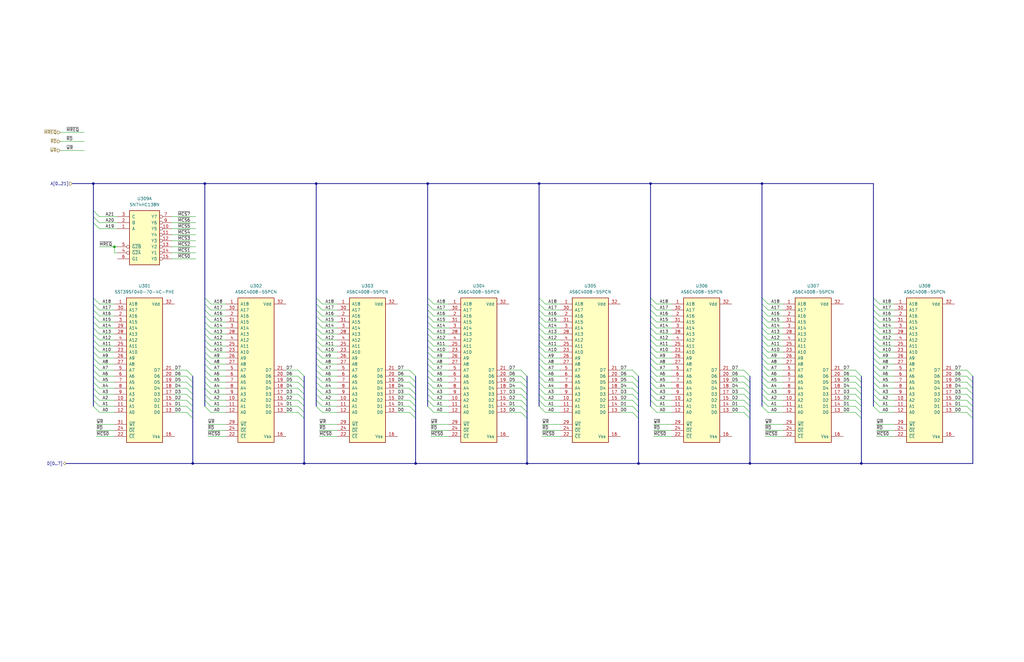
<source format=kicad_sch>
(kicad_sch (version 20230121) (generator eeschema)
  (paper "B")
  (title_block (title "Memory") (date "2024-01-25"))
  (junction (at 274.32 77.47))
  (junction (at 133.35 77.47))
  (junction (at 128.27 195.58))
  (junction (at 363.22 195.58))
  (junction (at 39.37 77.47))
  (junction (at 321.31 77.47))
  (junction (at 316.23 195.58))
  (junction (at 86.36 77.47))
  (junction (at 81.28 195.58))
  (junction (at 222.25 195.58))
  (junction (at 180.34 77.47))
  (junction (at 48.26 104.14))
  (junction (at 269.24 195.58))
  (junction (at 175.26 195.58))
  (junction (at 227.33 77.47))
  (bus_entry (at 321.31 153.67) (size 2.54 2.54))
  (bus_entry (at 180.34 171.45) (size 2.54 2.54))
  (bus_entry (at 222.25 161.29) (size -2.54 -2.54))
  (bus_entry (at 321.31 125.73) (size 2.54 2.54))
  (bus_entry (at 410.21 176.53) (size -2.54 -2.54))
  (bus_entry (at 321.31 151.13) (size 2.54 2.54))
  (bus_entry (at 39.37 88.9) (size 2.54 2.54))
  (bus_entry (at 86.36 135.89) (size 2.54 2.54))
  (bus_entry (at 175.26 168.91) (size -2.54 -2.54))
  (bus_entry (at 269.24 176.53) (size -2.54 -2.54))
  (bus_entry (at 180.34 148.59) (size 2.54 2.54))
  (bus_entry (at 368.3 163.83) (size 2.54 2.54))
  (bus_entry (at 410.21 161.29) (size -2.54 -2.54))
  (bus_entry (at 316.23 166.37) (size -2.54 -2.54))
  (bus_entry (at 133.35 156.21) (size 2.54 2.54))
  (bus_entry (at 321.31 161.29) (size 2.54 2.54))
  (bus_entry (at 316.23 176.53) (size -2.54 -2.54))
  (bus_entry (at 133.35 130.81) (size 2.54 2.54))
  (bus_entry (at 368.3 158.75) (size 2.54 2.54))
  (bus_entry (at 133.35 151.13) (size 2.54 2.54))
  (bus_entry (at 274.32 133.35) (size 2.54 2.54))
  (bus_entry (at 321.31 156.21) (size 2.54 2.54))
  (bus_entry (at 321.31 143.51) (size 2.54 2.54))
  (bus_entry (at 274.32 163.83) (size 2.54 2.54))
  (bus_entry (at 133.35 140.97) (size 2.54 2.54))
  (bus_entry (at 180.34 138.43) (size 2.54 2.54))
  (bus_entry (at 128.27 168.91) (size -2.54 -2.54))
  (bus_entry (at 274.32 161.29) (size 2.54 2.54))
  (bus_entry (at 274.32 146.05) (size 2.54 2.54))
  (bus_entry (at 410.21 166.37) (size -2.54 -2.54))
  (bus_entry (at 180.34 143.51) (size 2.54 2.54))
  (bus_entry (at 227.33 166.37) (size 2.54 2.54))
  (bus_entry (at 227.33 156.21) (size 2.54 2.54))
  (bus_entry (at 133.35 138.43) (size 2.54 2.54))
  (bus_entry (at 410.21 163.83) (size -2.54 -2.54))
  (bus_entry (at 133.35 171.45) (size 2.54 2.54))
  (bus_entry (at 81.28 176.53) (size -2.54 -2.54))
  (bus_entry (at 274.32 128.27) (size 2.54 2.54))
  (bus_entry (at 363.22 168.91) (size -2.54 -2.54))
  (bus_entry (at 274.32 148.59) (size 2.54 2.54))
  (bus_entry (at 133.35 163.83) (size 2.54 2.54))
  (bus_entry (at 86.36 163.83) (size 2.54 2.54))
  (bus_entry (at 227.33 151.13) (size 2.54 2.54))
  (bus_entry (at 86.36 158.75) (size 2.54 2.54))
  (bus_entry (at 321.31 166.37) (size 2.54 2.54))
  (bus_entry (at 274.32 153.67) (size 2.54 2.54))
  (bus_entry (at 316.23 163.83) (size -2.54 -2.54))
  (bus_entry (at 368.3 143.51) (size 2.54 2.54))
  (bus_entry (at 321.31 148.59) (size 2.54 2.54))
  (bus_entry (at 222.25 158.75) (size -2.54 -2.54))
  (bus_entry (at 368.3 135.89) (size 2.54 2.54))
  (bus_entry (at 222.25 173.99) (size -2.54 -2.54))
  (bus_entry (at 321.31 171.45) (size 2.54 2.54))
  (bus_entry (at 39.37 171.45) (size 2.54 2.54))
  (bus_entry (at 269.24 163.83) (size -2.54 -2.54))
  (bus_entry (at 321.31 140.97) (size 2.54 2.54))
  (bus_entry (at 321.31 168.91) (size 2.54 2.54))
  (bus_entry (at 175.26 163.83) (size -2.54 -2.54))
  (bus_entry (at 175.26 173.99) (size -2.54 -2.54))
  (bus_entry (at 269.24 158.75) (size -2.54 -2.54))
  (bus_entry (at 128.27 158.75) (size -2.54 -2.54))
  (bus_entry (at 368.3 146.05) (size 2.54 2.54))
  (bus_entry (at 227.33 130.81) (size 2.54 2.54))
  (bus_entry (at 39.37 135.89) (size 2.54 2.54))
  (bus_entry (at 274.32 130.81) (size 2.54 2.54))
  (bus_entry (at 363.22 161.29) (size -2.54 -2.54))
  (bus_entry (at 227.33 158.75) (size 2.54 2.54))
  (bus_entry (at 133.35 143.51) (size 2.54 2.54))
  (bus_entry (at 274.32 158.75) (size 2.54 2.54))
  (bus_entry (at 227.33 161.29) (size 2.54 2.54))
  (bus_entry (at 128.27 171.45) (size -2.54 -2.54))
  (bus_entry (at 128.27 163.83) (size -2.54 -2.54))
  (bus_entry (at 81.28 173.99) (size -2.54 -2.54))
  (bus_entry (at 180.34 151.13) (size 2.54 2.54))
  (bus_entry (at 316.23 173.99) (size -2.54 -2.54))
  (bus_entry (at 39.37 138.43) (size 2.54 2.54))
  (bus_entry (at 363.22 171.45) (size -2.54 -2.54))
  (bus_entry (at 39.37 151.13) (size 2.54 2.54))
  (bus_entry (at 180.34 163.83) (size 2.54 2.54))
  (bus_entry (at 86.36 128.27) (size 2.54 2.54))
  (bus_entry (at 227.33 125.73) (size 2.54 2.54))
  (bus_entry (at 269.24 168.91) (size -2.54 -2.54))
  (bus_entry (at 175.26 166.37) (size -2.54 -2.54))
  (bus_entry (at 222.25 163.83) (size -2.54 -2.54))
  (bus_entry (at 180.34 130.81) (size 2.54 2.54))
  (bus_entry (at 133.35 128.27) (size 2.54 2.54))
  (bus_entry (at 227.33 163.83) (size 2.54 2.54))
  (bus_entry (at 363.22 158.75) (size -2.54 -2.54))
  (bus_entry (at 274.32 140.97) (size 2.54 2.54))
  (bus_entry (at 410.21 171.45) (size -2.54 -2.54))
  (bus_entry (at 180.34 140.97) (size 2.54 2.54))
  (bus_entry (at 363.22 173.99) (size -2.54 -2.54))
  (bus_entry (at 86.36 130.81) (size 2.54 2.54))
  (bus_entry (at 227.33 138.43) (size 2.54 2.54))
  (bus_entry (at 133.35 146.05) (size 2.54 2.54))
  (bus_entry (at 86.36 148.59) (size 2.54 2.54))
  (bus_entry (at 39.37 163.83) (size 2.54 2.54))
  (bus_entry (at 274.32 156.21) (size 2.54 2.54))
  (bus_entry (at 321.31 163.83) (size 2.54 2.54))
  (bus_entry (at 180.34 153.67) (size 2.54 2.54))
  (bus_entry (at 175.26 176.53) (size -2.54 -2.54))
  (bus_entry (at 133.35 158.75) (size 2.54 2.54))
  (bus_entry (at 410.21 158.75) (size -2.54 -2.54))
  (bus_entry (at 368.3 161.29) (size 2.54 2.54))
  (bus_entry (at 227.33 133.35) (size 2.54 2.54))
  (bus_entry (at 39.37 161.29) (size 2.54 2.54))
  (bus_entry (at 368.3 133.35) (size 2.54 2.54))
  (bus_entry (at 180.34 168.91) (size 2.54 2.54))
  (bus_entry (at 368.3 168.91) (size 2.54 2.54))
  (bus_entry (at 274.32 166.37) (size 2.54 2.54))
  (bus_entry (at 86.36 146.05) (size 2.54 2.54))
  (bus_entry (at 128.27 166.37) (size -2.54 -2.54))
  (bus_entry (at 368.3 138.43) (size 2.54 2.54))
  (bus_entry (at 86.36 166.37) (size 2.54 2.54))
  (bus_entry (at 39.37 168.91) (size 2.54 2.54))
  (bus_entry (at 269.24 173.99) (size -2.54 -2.54))
  (bus_entry (at 363.22 176.53) (size -2.54 -2.54))
  (bus_entry (at 86.36 143.51) (size 2.54 2.54))
  (bus_entry (at 321.31 138.43) (size 2.54 2.54))
  (bus_entry (at 133.35 125.73) (size 2.54 2.54))
  (bus_entry (at 321.31 133.35) (size 2.54 2.54))
  (bus_entry (at 222.25 166.37) (size -2.54 -2.54))
  (bus_entry (at 363.22 163.83) (size -2.54 -2.54))
  (bus_entry (at 227.33 135.89) (size 2.54 2.54))
  (bus_entry (at 316.23 171.45) (size -2.54 -2.54))
  (bus_entry (at 227.33 153.67) (size 2.54 2.54))
  (bus_entry (at 222.25 168.91) (size -2.54 -2.54))
  (bus_entry (at 368.3 166.37) (size 2.54 2.54))
  (bus_entry (at 81.28 166.37) (size -2.54 -2.54))
  (bus_entry (at 86.36 151.13) (size 2.54 2.54))
  (bus_entry (at 39.37 93.98) (size 2.54 2.54))
  (bus_entry (at 39.37 158.75) (size 2.54 2.54))
  (bus_entry (at 133.35 148.59) (size 2.54 2.54))
  (bus_entry (at 269.24 166.37) (size -2.54 -2.54))
  (bus_entry (at 180.34 146.05) (size 2.54 2.54))
  (bus_entry (at 175.26 158.75) (size -2.54 -2.54))
  (bus_entry (at 363.22 166.37) (size -2.54 -2.54))
  (bus_entry (at 180.34 158.75) (size 2.54 2.54))
  (bus_entry (at 39.37 130.81) (size 2.54 2.54))
  (bus_entry (at 368.3 125.73) (size 2.54 2.54))
  (bus_entry (at 128.27 176.53) (size -2.54 -2.54))
  (bus_entry (at 227.33 140.97) (size 2.54 2.54))
  (bus_entry (at 227.33 128.27) (size 2.54 2.54))
  (bus_entry (at 86.36 125.73) (size 2.54 2.54))
  (bus_entry (at 128.27 173.99) (size -2.54 -2.54))
  (bus_entry (at 39.37 146.05) (size 2.54 2.54))
  (bus_entry (at 180.34 128.27) (size 2.54 2.54))
  (bus_entry (at 274.32 151.13) (size 2.54 2.54))
  (bus_entry (at 128.27 161.29) (size -2.54 -2.54))
  (bus_entry (at 368.3 151.13) (size 2.54 2.54))
  (bus_entry (at 39.37 143.51) (size 2.54 2.54))
  (bus_entry (at 321.31 158.75) (size 2.54 2.54))
  (bus_entry (at 39.37 140.97) (size 2.54 2.54))
  (bus_entry (at 321.31 130.81) (size 2.54 2.54))
  (bus_entry (at 180.34 156.21) (size 2.54 2.54))
  (bus_entry (at 321.31 135.89) (size 2.54 2.54))
  (bus_entry (at 133.35 135.89) (size 2.54 2.54))
  (bus_entry (at 133.35 168.91) (size 2.54 2.54))
  (bus_entry (at 39.37 148.59) (size 2.54 2.54))
  (bus_entry (at 39.37 125.73) (size 2.54 2.54))
  (bus_entry (at 316.23 168.91) (size -2.54 -2.54))
  (bus_entry (at 274.32 138.43) (size 2.54 2.54))
  (bus_entry (at 39.37 128.27) (size 2.54 2.54))
  (bus_entry (at 133.35 161.29) (size 2.54 2.54))
  (bus_entry (at 133.35 153.67) (size 2.54 2.54))
  (bus_entry (at 274.32 143.51) (size 2.54 2.54))
  (bus_entry (at 274.32 125.73) (size 2.54 2.54))
  (bus_entry (at 81.28 158.75) (size -2.54 -2.54))
  (bus_entry (at 274.32 135.89) (size 2.54 2.54))
  (bus_entry (at 222.25 176.53) (size -2.54 -2.54))
  (bus_entry (at 86.36 171.45) (size 2.54 2.54))
  (bus_entry (at 321.31 128.27) (size 2.54 2.54))
  (bus_entry (at 222.25 171.45) (size -2.54 -2.54))
  (bus_entry (at 368.3 140.97) (size 2.54 2.54))
  (bus_entry (at 180.34 125.73) (size 2.54 2.54))
  (bus_entry (at 175.26 161.29) (size -2.54 -2.54))
  (bus_entry (at 269.24 161.29) (size -2.54 -2.54))
  (bus_entry (at 133.35 166.37) (size 2.54 2.54))
  (bus_entry (at 368.3 130.81) (size 2.54 2.54))
  (bus_entry (at 133.35 133.35) (size 2.54 2.54))
  (bus_entry (at 81.28 171.45) (size -2.54 -2.54))
  (bus_entry (at 316.23 158.75) (size -2.54 -2.54))
  (bus_entry (at 86.36 133.35) (size 2.54 2.54))
  (bus_entry (at 410.21 168.91) (size -2.54 -2.54))
  (bus_entry (at 227.33 168.91) (size 2.54 2.54))
  (bus_entry (at 227.33 143.51) (size 2.54 2.54))
  (bus_entry (at 86.36 138.43) (size 2.54 2.54))
  (bus_entry (at 180.34 135.89) (size 2.54 2.54))
  (bus_entry (at 39.37 166.37) (size 2.54 2.54))
  (bus_entry (at 274.32 168.91) (size 2.54 2.54))
  (bus_entry (at 368.3 148.59) (size 2.54 2.54))
  (bus_entry (at 39.37 133.35) (size 2.54 2.54))
  (bus_entry (at 39.37 153.67) (size 2.54 2.54))
  (bus_entry (at 227.33 148.59) (size 2.54 2.54))
  (bus_entry (at 368.3 153.67) (size 2.54 2.54))
  (bus_entry (at 39.37 91.44) (size 2.54 2.54))
  (bus_entry (at 368.3 171.45) (size 2.54 2.54))
  (bus_entry (at 274.32 171.45) (size 2.54 2.54))
  (bus_entry (at 86.36 140.97) (size 2.54 2.54))
  (bus_entry (at 368.3 156.21) (size 2.54 2.54))
  (bus_entry (at 86.36 168.91) (size 2.54 2.54))
  (bus_entry (at 227.33 146.05) (size 2.54 2.54))
  (bus_entry (at 86.36 161.29) (size 2.54 2.54))
  (bus_entry (at 86.36 156.21) (size 2.54 2.54))
  (bus_entry (at 180.34 133.35) (size 2.54 2.54))
  (bus_entry (at 368.3 128.27) (size 2.54 2.54))
  (bus_entry (at 81.28 168.91) (size -2.54 -2.54))
  (bus_entry (at 39.37 156.21) (size 2.54 2.54))
  (bus_entry (at 175.26 171.45) (size -2.54 -2.54))
  (bus_entry (at 180.34 166.37) (size 2.54 2.54))
  (bus_entry (at 316.23 161.29) (size -2.54 -2.54))
  (bus_entry (at 86.36 153.67) (size 2.54 2.54))
  (bus_entry (at 81.28 161.29) (size -2.54 -2.54))
  (bus_entry (at 321.31 146.05) (size 2.54 2.54))
  (bus_entry (at 180.34 161.29) (size 2.54 2.54))
  (bus_entry (at 410.21 173.99) (size -2.54 -2.54))
  (bus_entry (at 81.28 163.83) (size -2.54 -2.54))
  (bus_entry (at 227.33 171.45) (size 2.54 2.54))
  (bus_entry (at 269.24 171.45) (size -2.54 -2.54))
  (wire (pts (xy 276.86 158.75) (xy 283.21 158.75)))
  (bus (pts (xy 133.35 135.89) (xy 133.35 138.43)))
  (wire (pts (xy 355.6 163.83) (xy 360.68 163.83)))
  (wire (pts (xy 120.65 171.45) (xy 125.73 171.45)))
  (bus (pts (xy 133.35 128.27) (xy 133.35 130.81)))
  (bus (pts (xy 133.35 146.05) (xy 133.35 148.59)))
  (bus (pts (xy 39.37 128.27) (xy 39.37 130.81)))
  (wire (pts (xy 369.57 179.07) (xy 377.19 179.07)))
  (bus (pts (xy 368.3 146.05) (xy 368.3 148.59)))
  (wire (pts (xy 261.62 161.29) (xy 266.7 161.29)))
  (wire (pts (xy 276.86 168.91) (xy 283.21 168.91)))
  (wire (pts (xy 135.89 168.91) (xy 142.24 168.91)))
  (wire (pts (xy 229.87 138.43) (xy 236.22 138.43)))
  (wire (pts (xy 355.6 161.29) (xy 360.68 161.29)))
  (wire (pts (xy 323.85 130.81) (xy 330.2 130.81)))
  (bus (pts (xy 175.26 166.37) (xy 175.26 168.91)))
  (wire (pts (xy 41.91 163.83) (xy 48.26 163.83)))
  (wire (pts (xy 229.87 146.05) (xy 236.22 146.05)))
  (wire (pts (xy 41.91 138.43) (xy 48.26 138.43)))
  (wire (pts (xy 41.91 171.45) (xy 48.26 171.45)))
  (wire (pts (xy 72.39 109.22) (xy 82.55 109.22)))
  (wire (pts (xy 41.91 135.89) (xy 48.26 135.89)))
  (bus (pts (xy 410.21 171.45) (xy 410.21 173.99)))
  (wire (pts (xy 41.91 166.37) (xy 48.26 166.37)))
  (bus (pts (xy 175.26 163.83) (xy 175.26 166.37)))
  (wire (pts (xy 229.87 148.59) (xy 236.22 148.59)))
  (bus (pts (xy 368.3 135.89) (xy 368.3 138.43)))
  (bus (pts (xy 39.37 163.83) (xy 39.37 166.37)))
  (bus (pts (xy 321.31 77.47) (xy 321.31 125.73)))
  (bus (pts (xy 269.24 173.99) (xy 269.24 176.53)))
  (wire (pts (xy 229.87 171.45) (xy 236.22 171.45)))
  (wire (pts (xy 323.85 173.99) (xy 330.2 173.99)))
  (wire (pts (xy 182.88 146.05) (xy 189.23 146.05)))
  (bus (pts (xy 180.34 168.91) (xy 180.34 171.45)))
  (bus (pts (xy 368.3 125.73) (xy 368.3 128.27)))
  (bus (pts (xy 81.28 163.83) (xy 81.28 166.37)))
  (wire (pts (xy 323.85 133.35) (xy 330.2 133.35)))
  (wire (pts (xy 308.61 173.99) (xy 313.69 173.99)))
  (bus (pts (xy 86.36 166.37) (xy 86.36 168.91)))
  (bus (pts (xy 363.22 176.53) (xy 363.22 195.58)))
  (wire (pts (xy 323.85 168.91) (xy 330.2 168.91)))
  (bus (pts (xy 128.27 166.37) (xy 128.27 168.91)))
  (wire (pts (xy 261.62 156.21) (xy 266.7 156.21)))
  (wire (pts (xy 135.89 143.51) (xy 142.24 143.51)))
  (bus (pts (xy 368.3 143.51) (xy 368.3 146.05)))
  (wire (pts (xy 87.63 184.15) (xy 95.25 184.15)))
  (bus (pts (xy 128.27 158.75) (xy 128.27 161.29)))
  (wire (pts (xy 323.85 138.43) (xy 330.2 138.43)))
  (wire (pts (xy 72.39 106.68) (xy 82.55 106.68)))
  (wire (pts (xy 214.63 168.91) (xy 219.71 168.91)))
  (wire (pts (xy 323.85 171.45) (xy 330.2 171.45)))
  (wire (pts (xy 275.59 184.15) (xy 283.21 184.15)))
  (bus (pts (xy 39.37 146.05) (xy 39.37 148.59)))
  (bus (pts (xy 274.32 77.47) (xy 274.32 125.73)))
  (bus (pts (xy 269.24 195.58) (xy 316.23 195.58)))
  (wire (pts (xy 276.86 128.27) (xy 283.21 128.27)))
  (bus (pts (xy 133.35 130.81) (xy 133.35 133.35)))
  (bus (pts (xy 175.26 161.29) (xy 175.26 163.83)))
  (bus (pts (xy 274.32 156.21) (xy 274.32 158.75)))
  (wire (pts (xy 88.9 133.35) (xy 95.25 133.35)))
  (wire (pts (xy 88.9 151.13) (xy 95.25 151.13)))
  (wire (pts (xy 135.89 138.43) (xy 142.24 138.43)))
  (wire (pts (xy 72.39 101.6) (xy 82.55 101.6)))
  (bus (pts (xy 133.35 156.21) (xy 133.35 158.75)))
  (wire (pts (xy 370.84 148.59) (xy 377.19 148.59)))
  (wire (pts (xy 229.87 130.81) (xy 236.22 130.81)))
  (bus (pts (xy 39.37 77.47) (xy 39.37 88.9)))
  (wire (pts (xy 402.59 173.99) (xy 407.67 173.99)))
  (wire (pts (xy 182.88 156.21) (xy 189.23 156.21)))
  (bus (pts (xy 321.31 125.73) (xy 321.31 128.27)))
  (wire (pts (xy 276.86 161.29) (xy 283.21 161.29)))
  (wire (pts (xy 40.64 181.61) (xy 48.26 181.61)))
  (wire (pts (xy 72.39 104.14) (xy 82.55 104.14)))
  (bus (pts (xy 133.35 148.59) (xy 133.35 151.13)))
  (wire (pts (xy 275.59 181.61) (xy 283.21 181.61)))
  (wire (pts (xy 370.84 173.99) (xy 377.19 173.99)))
  (bus (pts (xy 363.22 168.91) (xy 363.22 171.45)))
  (bus (pts (xy 39.37 156.21) (xy 39.37 158.75)))
  (bus (pts (xy 227.33 148.59) (xy 227.33 151.13)))
  (bus (pts (xy 227.33 166.37) (xy 227.33 168.91)))
  (bus (pts (xy 316.23 163.83) (xy 316.23 166.37)))
  (bus (pts (xy 175.26 168.91) (xy 175.26 171.45)))
  (bus (pts (xy 30.48 77.47) (xy 39.37 77.47)))
  (wire (pts (xy 323.85 161.29) (xy 330.2 161.29)))
  (wire (pts (xy 25.4 55.88) (xy 35.56 55.88)))
  (bus (pts (xy 321.31 166.37) (xy 321.31 168.91)))
  (bus (pts (xy 81.28 166.37) (xy 81.28 168.91)))
  (bus (pts (xy 316.23 168.91) (xy 316.23 171.45)))
  (bus (pts (xy 410.21 173.99) (xy 410.21 176.53)))
  (bus (pts (xy 316.23 176.53) (xy 316.23 195.58)))
  (wire (pts (xy 73.66 156.21) (xy 78.74 156.21)))
  (wire (pts (xy 323.85 146.05) (xy 330.2 146.05)))
  (bus (pts (xy 269.24 158.75) (xy 269.24 161.29)))
  (wire (pts (xy 88.9 161.29) (xy 95.25 161.29)))
  (bus (pts (xy 274.32 158.75) (xy 274.32 161.29)))
  (wire (pts (xy 323.85 166.37) (xy 330.2 166.37)))
  (wire (pts (xy 25.4 63.5) (xy 35.56 63.5)))
  (bus (pts (xy 410.21 166.37) (xy 410.21 168.91)))
  (wire (pts (xy 182.88 140.97) (xy 189.23 140.97)))
  (wire (pts (xy 402.59 166.37) (xy 407.67 166.37)))
  (bus (pts (xy 321.31 133.35) (xy 321.31 135.89)))
  (bus (pts (xy 86.36 135.89) (xy 86.36 138.43)))
  (bus (pts (xy 321.31 151.13) (xy 321.31 153.67)))
  (bus (pts (xy 39.37 158.75) (xy 39.37 161.29)))
  (wire (pts (xy 135.89 148.59) (xy 142.24 148.59)))
  (bus (pts (xy 274.32 135.89) (xy 274.32 138.43)))
  (wire (pts (xy 88.9 158.75) (xy 95.25 158.75)))
  (wire (pts (xy 370.84 143.51) (xy 377.19 143.51)))
  (wire (pts (xy 370.84 138.43) (xy 377.19 138.43)))
  (wire (pts (xy 323.85 158.75) (xy 330.2 158.75)))
  (bus (pts (xy 86.36 138.43) (xy 86.36 140.97)))
  (bus (pts (xy 86.36 156.21) (xy 86.36 158.75)))
  (bus (pts (xy 368.3 163.83) (xy 368.3 166.37)))
  (bus (pts (xy 410.21 163.83) (xy 410.21 166.37)))
  (bus (pts (xy 368.3 133.35) (xy 368.3 135.89)))
  (bus (pts (xy 128.27 163.83) (xy 128.27 166.37)))
  (bus (pts (xy 222.25 168.91) (xy 222.25 171.45)))
  (wire (pts (xy 41.91 151.13) (xy 48.26 151.13)))
  (wire (pts (xy 229.87 158.75) (xy 236.22 158.75)))
  (wire (pts (xy 135.89 151.13) (xy 142.24 151.13)))
  (wire (pts (xy 308.61 161.29) (xy 313.69 161.29)))
  (bus (pts (xy 321.31 143.51) (xy 321.31 146.05)))
  (bus (pts (xy 227.33 146.05) (xy 227.33 148.59)))
  (wire (pts (xy 135.89 130.81) (xy 142.24 130.81)))
  (bus (pts (xy 39.37 125.73) (xy 39.37 128.27)))
  (bus (pts (xy 39.37 168.91) (xy 39.37 171.45)))
  (wire (pts (xy 88.9 156.21) (xy 95.25 156.21)))
  (bus (pts (xy 133.35 138.43) (xy 133.35 140.97)))
  (wire (pts (xy 261.62 163.83) (xy 266.7 163.83)))
  (bus (pts (xy 39.37 93.98) (xy 39.37 125.73)))
  (bus (pts (xy 86.36 140.97) (xy 86.36 143.51)))
  (bus (pts (xy 274.32 140.97) (xy 274.32 143.51)))
  (wire (pts (xy 261.62 171.45) (xy 266.7 171.45)))
  (bus (pts (xy 39.37 151.13) (xy 39.37 153.67)))
  (bus (pts (xy 368.3 156.21) (xy 368.3 158.75)))
  (wire (pts (xy 229.87 140.97) (xy 236.22 140.97)))
  (wire (pts (xy 275.59 179.07) (xy 283.21 179.07)))
  (wire (pts (xy 134.62 179.07) (xy 142.24 179.07)))
  (bus (pts (xy 321.31 138.43) (xy 321.31 140.97)))
  (bus (pts (xy 86.36 168.91) (xy 86.36 171.45)))
  (bus (pts (xy 368.3 161.29) (xy 368.3 163.83)))
  (wire (pts (xy 323.85 153.67) (xy 330.2 153.67)))
  (bus (pts (xy 180.34 146.05) (xy 180.34 148.59)))
  (bus (pts (xy 128.27 176.53) (xy 128.27 195.58)))
  (bus (pts (xy 321.31 163.83) (xy 321.31 166.37)))
  (wire (pts (xy 120.65 163.83) (xy 125.73 163.83)))
  (bus (pts (xy 86.36 130.81) (xy 86.36 133.35)))
  (bus (pts (xy 321.31 168.91) (xy 321.31 171.45)))
  (bus (pts (xy 321.31 77.47) (xy 368.3 77.47)))
  (wire (pts (xy 308.61 168.91) (xy 313.69 168.91)))
  (wire (pts (xy 120.65 173.99) (xy 125.73 173.99)))
  (wire (pts (xy 120.65 166.37) (xy 125.73 166.37)))
  (bus (pts (xy 133.35 166.37) (xy 133.35 168.91)))
  (wire (pts (xy 181.61 179.07) (xy 189.23 179.07)))
  (bus (pts (xy 227.33 156.21) (xy 227.33 158.75)))
  (wire (pts (xy 72.39 91.44) (xy 82.55 91.44)))
  (bus (pts (xy 39.37 130.81) (xy 39.37 133.35)))
  (wire (pts (xy 214.63 158.75) (xy 219.71 158.75)))
  (wire (pts (xy 120.65 158.75) (xy 125.73 158.75)))
  (wire (pts (xy 323.85 143.51) (xy 330.2 143.51)))
  (wire (pts (xy 261.62 166.37) (xy 266.7 166.37)))
  (wire (pts (xy 167.64 161.29) (xy 172.72 161.29)))
  (wire (pts (xy 322.58 184.15) (xy 330.2 184.15)))
  (bus (pts (xy 274.32 168.91) (xy 274.32 171.45)))
  (wire (pts (xy 355.6 166.37) (xy 360.68 166.37)))
  (bus (pts (xy 227.33 125.73) (xy 227.33 128.27)))
  (bus (pts (xy 175.26 176.53) (xy 175.26 195.58)))
  (wire (pts (xy 370.84 156.21) (xy 377.19 156.21)))
  (bus (pts (xy 316.23 166.37) (xy 316.23 168.91)))
  (bus (pts (xy 180.34 140.97) (xy 180.34 143.51)))
  (wire (pts (xy 135.89 173.99) (xy 142.24 173.99)))
  (wire (pts (xy 228.6 179.07) (xy 236.22 179.07)))
  (bus (pts (xy 368.3 138.43) (xy 368.3 140.97)))
  (wire (pts (xy 370.84 128.27) (xy 377.19 128.27)))
  (bus (pts (xy 316.23 171.45) (xy 316.23 173.99)))
  (wire (pts (xy 25.4 59.69) (xy 35.56 59.69)))
  (bus (pts (xy 128.27 171.45) (xy 128.27 173.99)))
  (bus (pts (xy 180.34 128.27) (xy 180.34 130.81)))
  (wire (pts (xy 88.9 140.97) (xy 95.25 140.97)))
  (wire (pts (xy 40.64 179.07) (xy 48.26 179.07)))
  (bus (pts (xy 180.34 125.73) (xy 180.34 128.27)))
  (wire (pts (xy 369.57 181.61) (xy 377.19 181.61)))
  (wire (pts (xy 182.88 171.45) (xy 189.23 171.45)))
  (wire (pts (xy 182.88 166.37) (xy 189.23 166.37)))
  (bus (pts (xy 222.25 195.58) (xy 269.24 195.58)))
  (bus (pts (xy 180.34 77.47) (xy 180.34 125.73)))
  (wire (pts (xy 134.62 184.15) (xy 142.24 184.15)))
  (wire (pts (xy 214.63 166.37) (xy 219.71 166.37)))
  (bus (pts (xy 180.34 77.47) (xy 227.33 77.47)))
  (wire (pts (xy 88.9 138.43) (xy 95.25 138.43)))
  (bus (pts (xy 86.36 163.83) (xy 86.36 166.37)))
  (bus (pts (xy 274.32 153.67) (xy 274.32 156.21)))
  (wire (pts (xy 308.61 166.37) (xy 313.69 166.37)))
  (wire (pts (xy 323.85 151.13) (xy 330.2 151.13)))
  (wire (pts (xy 182.88 133.35) (xy 189.23 133.35)))
  (wire (pts (xy 229.87 128.27) (xy 236.22 128.27)))
  (bus (pts (xy 363.22 163.83) (xy 363.22 166.37)))
  (wire (pts (xy 73.66 173.99) (xy 78.74 173.99)))
  (bus (pts (xy 39.37 148.59) (xy 39.37 151.13)))
  (wire (pts (xy 182.88 151.13) (xy 189.23 151.13)))
  (wire (pts (xy 402.59 158.75) (xy 407.67 158.75)))
  (wire (pts (xy 135.89 163.83) (xy 142.24 163.83)))
  (bus (pts (xy 368.3 140.97) (xy 368.3 143.51)))
  (wire (pts (xy 182.88 128.27) (xy 189.23 128.27)))
  (bus (pts (xy 316.23 173.99) (xy 316.23 176.53)))
  (wire (pts (xy 261.62 173.99) (xy 266.7 173.99)))
  (wire (pts (xy 214.63 161.29) (xy 219.71 161.29)))
  (wire (pts (xy 261.62 168.91) (xy 266.7 168.91)))
  (bus (pts (xy 363.22 195.58) (xy 410.21 195.58)))
  (bus (pts (xy 133.35 153.67) (xy 133.35 156.21)))
  (bus (pts (xy 269.24 168.91) (xy 269.24 171.45)))
  (bus (pts (xy 133.35 158.75) (xy 133.35 161.29)))
  (wire (pts (xy 88.9 143.51) (xy 95.25 143.51)))
  (bus (pts (xy 133.35 163.83) (xy 133.35 166.37)))
  (wire (pts (xy 323.85 148.59) (xy 330.2 148.59)))
  (bus (pts (xy 274.32 125.73) (xy 274.32 128.27)))
  (wire (pts (xy 370.84 171.45) (xy 377.19 171.45)))
  (wire (pts (xy 41.91 158.75) (xy 48.26 158.75)))
  (wire (pts (xy 214.63 173.99) (xy 219.71 173.99)))
  (wire (pts (xy 276.86 146.05) (xy 283.21 146.05)))
  (bus (pts (xy 274.32 133.35) (xy 274.32 135.89)))
  (bus (pts (xy 368.3 128.27) (xy 368.3 130.81)))
  (wire (pts (xy 370.84 151.13) (xy 377.19 151.13)))
  (wire (pts (xy 229.87 163.83) (xy 236.22 163.83)))
  (bus (pts (xy 39.37 77.47) (xy 86.36 77.47)))
  (wire (pts (xy 135.89 133.35) (xy 142.24 133.35)))
  (wire (pts (xy 41.91 153.67) (xy 48.26 153.67)))
  (bus (pts (xy 274.32 77.47) (xy 321.31 77.47)))
  (wire (pts (xy 370.84 163.83) (xy 377.19 163.83)))
  (wire (pts (xy 135.89 156.21) (xy 142.24 156.21)))
  (wire (pts (xy 88.9 168.91) (xy 95.25 168.91)))
  (wire (pts (xy 276.86 156.21) (xy 283.21 156.21)))
  (bus (pts (xy 321.31 130.81) (xy 321.31 133.35)))
  (bus (pts (xy 128.27 168.91) (xy 128.27 171.45)))
  (wire (pts (xy 276.86 171.45) (xy 283.21 171.45)))
  (bus (pts (xy 86.36 146.05) (xy 86.36 148.59)))
  (bus (pts (xy 180.34 153.67) (xy 180.34 156.21)))
  (wire (pts (xy 182.88 161.29) (xy 189.23 161.29)))
  (wire (pts (xy 229.87 161.29) (xy 236.22 161.29)))
  (bus (pts (xy 180.34 130.81) (xy 180.34 133.35)))
  (wire (pts (xy 276.86 133.35) (xy 283.21 133.35)))
  (wire (pts (xy 229.87 166.37) (xy 236.22 166.37)))
  (bus (pts (xy 274.32 143.51) (xy 274.32 146.05)))
  (wire (pts (xy 276.86 138.43) (xy 283.21 138.43)))
  (bus (pts (xy 316.23 161.29) (xy 316.23 163.83)))
  (bus (pts (xy 274.32 128.27) (xy 274.32 130.81)))
  (wire (pts (xy 402.59 171.45) (xy 407.67 171.45)))
  (wire (pts (xy 87.63 181.61) (xy 95.25 181.61)))
  (bus (pts (xy 133.35 77.47) (xy 133.35 125.73)))
  (wire (pts (xy 308.61 156.21) (xy 313.69 156.21)))
  (bus (pts (xy 368.3 130.81) (xy 368.3 133.35)))
  (wire (pts (xy 228.6 181.61) (xy 236.22 181.61)))
  (bus (pts (xy 274.32 163.83) (xy 274.32 166.37)))
  (bus (pts (xy 86.36 143.51) (xy 86.36 146.05)))
  (bus (pts (xy 363.22 158.75) (xy 363.22 161.29)))
  (wire (pts (xy 41.91 148.59) (xy 48.26 148.59)))
  (bus (pts (xy 227.33 130.81) (xy 227.33 133.35)))
  (wire (pts (xy 228.6 184.15) (xy 236.22 184.15)))
  (wire (pts (xy 88.9 128.27) (xy 95.25 128.27)))
  (wire (pts (xy 308.61 163.83) (xy 313.69 163.83)))
  (wire (pts (xy 276.86 148.59) (xy 283.21 148.59)))
  (wire (pts (xy 88.9 146.05) (xy 95.25 146.05)))
  (bus (pts (xy 128.27 161.29) (xy 128.27 163.83)))
  (wire (pts (xy 73.66 158.75) (xy 78.74 158.75)))
  (bus (pts (xy 227.33 135.89) (xy 227.33 138.43)))
  (wire (pts (xy 402.59 163.83) (xy 407.67 163.83)))
  (bus (pts (xy 133.35 140.97) (xy 133.35 143.51)))
  (bus (pts (xy 81.28 176.53) (xy 81.28 195.58)))
  (wire (pts (xy 214.63 156.21) (xy 219.71 156.21)))
  (wire (pts (xy 88.9 166.37) (xy 95.25 166.37)))
  (wire (pts (xy 229.87 143.51) (xy 236.22 143.51)))
  (bus (pts (xy 180.34 148.59) (xy 180.34 151.13)))
  (bus (pts (xy 321.31 128.27) (xy 321.31 130.81)))
  (bus (pts (xy 227.33 143.51) (xy 227.33 146.05)))
  (wire (pts (xy 135.89 146.05) (xy 142.24 146.05)))
  (wire (pts (xy 120.65 161.29) (xy 125.73 161.29)))
  (bus (pts (xy 180.34 135.89) (xy 180.34 138.43)))
  (wire (pts (xy 370.84 153.67) (xy 377.19 153.67)))
  (wire (pts (xy 182.88 153.67) (xy 189.23 153.67)))
  (bus (pts (xy 81.28 171.45) (xy 81.28 173.99)))
  (bus (pts (xy 86.36 161.29) (xy 86.36 163.83)))
  (bus (pts (xy 39.37 140.97) (xy 39.37 143.51)))
  (wire (pts (xy 88.9 173.99) (xy 95.25 173.99)))
  (bus (pts (xy 86.36 77.47) (xy 133.35 77.47)))
  (wire (pts (xy 214.63 163.83) (xy 219.71 163.83)))
  (wire (pts (xy 72.39 93.98) (xy 82.55 93.98)))
  (bus (pts (xy 227.33 133.35) (xy 227.33 135.89)))
  (bus (pts (xy 227.33 168.91) (xy 227.33 171.45)))
  (bus (pts (xy 227.33 151.13) (xy 227.33 153.67)))
  (bus (pts (xy 316.23 158.75) (xy 316.23 161.29)))
  (bus (pts (xy 39.37 153.67) (xy 39.37 156.21)))
  (bus (pts (xy 321.31 140.97) (xy 321.31 143.51)))
  (bus (pts (xy 86.36 77.47) (xy 86.36 125.73)))
  (wire (pts (xy 276.86 163.83) (xy 283.21 163.83)))
  (wire (pts (xy 355.6 156.21) (xy 360.68 156.21)))
  (wire (pts (xy 120.65 168.91) (xy 125.73 168.91)))
  (wire (pts (xy 370.84 158.75) (xy 377.19 158.75)))
  (wire (pts (xy 276.86 173.99) (xy 283.21 173.99)))
  (bus (pts (xy 180.34 138.43) (xy 180.34 140.97)))
  (bus (pts (xy 180.34 151.13) (xy 180.34 153.67)))
  (bus (pts (xy 269.24 163.83) (xy 269.24 166.37)))
  (bus (pts (xy 222.25 173.99) (xy 222.25 176.53)))
  (bus (pts (xy 269.24 166.37) (xy 269.24 168.91)))
  (wire (pts (xy 41.91 168.91) (xy 48.26 168.91)))
  (bus (pts (xy 133.35 151.13) (xy 133.35 153.67)))
  (wire (pts (xy 355.6 173.99) (xy 360.68 173.99)))
  (wire (pts (xy 355.6 168.91) (xy 360.68 168.91)))
  (bus (pts (xy 175.26 195.58) (xy 222.25 195.58)))
  (bus (pts (xy 222.25 166.37) (xy 222.25 168.91)))
  (bus (pts (xy 316.23 195.58) (xy 363.22 195.58)))
  (wire (pts (xy 229.87 153.67) (xy 236.22 153.67)))
  (bus (pts (xy 227.33 77.47) (xy 227.33 125.73)))
  (wire (pts (xy 229.87 173.99) (xy 236.22 173.99)))
  (wire (pts (xy 276.86 130.81) (xy 283.21 130.81)))
  (bus (pts (xy 133.35 161.29) (xy 133.35 163.83)))
  (bus (pts (xy 227.33 163.83) (xy 227.33 166.37)))
  (wire (pts (xy 40.64 184.15) (xy 48.26 184.15)))
  (bus (pts (xy 86.36 125.73) (xy 86.36 128.27)))
  (bus (pts (xy 133.35 133.35) (xy 133.35 135.89)))
  (bus (pts (xy 81.28 161.29) (xy 81.28 163.83)))
  (bus (pts (xy 410.21 176.53) (xy 410.21 195.58)))
  (bus (pts (xy 363.22 161.29) (xy 363.22 163.83)))
  (wire (pts (xy 41.91 156.21) (xy 48.26 156.21)))
  (wire (pts (xy 167.64 158.75) (xy 172.72 158.75)))
  (bus (pts (xy 274.32 130.81) (xy 274.32 133.35)))
  (bus (pts (xy 86.36 151.13) (xy 86.36 153.67)))
  (wire (pts (xy 88.9 153.67) (xy 95.25 153.67)))
  (bus (pts (xy 180.34 166.37) (xy 180.34 168.91)))
  (bus (pts (xy 368.3 166.37) (xy 368.3 168.91)))
  (wire (pts (xy 135.89 135.89) (xy 142.24 135.89)))
  (bus (pts (xy 86.36 133.35) (xy 86.36 135.89)))
  (bus (pts (xy 321.31 146.05) (xy 321.31 148.59)))
  (bus (pts (xy 274.32 138.43) (xy 274.32 140.97)))
  (wire (pts (xy 120.65 156.21) (xy 125.73 156.21)))
  (wire (pts (xy 41.91 140.97) (xy 48.26 140.97)))
  (bus (pts (xy 222.25 176.53) (xy 222.25 195.58)))
  (bus (pts (xy 175.26 158.75) (xy 175.26 161.29)))
  (bus (pts (xy 39.37 135.89) (xy 39.37 138.43)))
  (wire (pts (xy 276.86 166.37) (xy 283.21 166.37)))
  (wire (pts (xy 369.57 184.15) (xy 377.19 184.15)))
  (wire (pts (xy 181.61 184.15) (xy 189.23 184.15)))
  (bus (pts (xy 274.32 161.29) (xy 274.32 163.83)))
  (bus (pts (xy 180.34 156.21) (xy 180.34 158.75)))
  (bus (pts (xy 86.36 153.67) (xy 86.36 156.21)))
  (wire (pts (xy 355.6 158.75) (xy 360.68 158.75)))
  (bus (pts (xy 227.33 161.29) (xy 227.33 163.83)))
  (wire (pts (xy 370.84 168.91) (xy 377.19 168.91)))
  (wire (pts (xy 402.59 161.29) (xy 407.67 161.29)))
  (bus (pts (xy 274.32 151.13) (xy 274.32 153.67)))
  (wire (pts (xy 182.88 158.75) (xy 189.23 158.75)))
  (bus (pts (xy 81.28 195.58) (xy 128.27 195.58)))
  (wire (pts (xy 308.61 171.45) (xy 313.69 171.45)))
  (wire (pts (xy 167.64 156.21) (xy 172.72 156.21)))
  (bus (pts (xy 269.24 161.29) (xy 269.24 163.83)))
  (bus (pts (xy 368.3 158.75) (xy 368.3 161.29)))
  (wire (pts (xy 182.88 163.83) (xy 189.23 163.83)))
  (bus (pts (xy 321.31 158.75) (xy 321.31 161.29)))
  (bus (pts (xy 133.35 143.51) (xy 133.35 146.05)))
  (bus (pts (xy 363.22 173.99) (xy 363.22 176.53)))
  (wire (pts (xy 214.63 171.45) (xy 219.71 171.45)))
  (wire (pts (xy 229.87 133.35) (xy 236.22 133.35)))
  (bus (pts (xy 180.34 161.29) (xy 180.34 163.83)))
  (wire (pts (xy 323.85 140.97) (xy 330.2 140.97)))
  (wire (pts (xy 276.86 135.89) (xy 283.21 135.89)))
  (wire (pts (xy 48.26 104.14) (xy 49.53 104.14)))
  (wire (pts (xy 135.89 161.29) (xy 142.24 161.29)))
  (bus (pts (xy 274.32 166.37) (xy 274.32 168.91)))
  (bus (pts (xy 410.21 161.29) (xy 410.21 163.83)))
  (bus (pts (xy 39.37 88.9) (xy 39.37 91.44)))
  (wire (pts (xy 73.66 163.83) (xy 78.74 163.83)))
  (wire (pts (xy 323.85 163.83) (xy 330.2 163.83)))
  (bus (pts (xy 410.21 168.91) (xy 410.21 171.45)))
  (wire (pts (xy 402.59 168.91) (xy 407.67 168.91)))
  (bus (pts (xy 180.34 133.35) (xy 180.34 135.89)))
  (bus (pts (xy 180.34 143.51) (xy 180.34 146.05)))
  (wire (pts (xy 276.86 153.67) (xy 283.21 153.67)))
  (wire (pts (xy 261.62 158.75) (xy 266.7 158.75)))
  (wire (pts (xy 182.88 138.43) (xy 189.23 138.43)))
  (wire (pts (xy 229.87 168.91) (xy 236.22 168.91)))
  (bus (pts (xy 368.3 151.13) (xy 368.3 153.67)))
  (wire (pts (xy 88.9 163.83) (xy 95.25 163.83)))
  (wire (pts (xy 87.63 179.07) (xy 95.25 179.07)))
  (wire (pts (xy 41.91 93.98) (xy 49.53 93.98)))
  (bus (pts (xy 222.25 163.83) (xy 222.25 166.37)))
  (wire (pts (xy 322.58 179.07) (xy 330.2 179.07)))
  (bus (pts (xy 39.37 138.43) (xy 39.37 140.97)))
  (wire (pts (xy 88.9 130.81) (xy 95.25 130.81)))
  (wire (pts (xy 41.91 128.27) (xy 48.26 128.27)))
  (wire (pts (xy 48.26 106.68) (xy 48.26 104.14)))
  (bus (pts (xy 128.27 195.58) (xy 175.26 195.58)))
  (bus (pts (xy 227.33 128.27) (xy 227.33 130.81)))
  (bus (pts (xy 321.31 153.67) (xy 321.31 156.21)))
  (wire (pts (xy 182.88 135.89) (xy 189.23 135.89)))
  (wire (pts (xy 229.87 151.13) (xy 236.22 151.13)))
  (bus (pts (xy 133.35 77.47) (xy 180.34 77.47)))
  (wire (pts (xy 402.59 156.21) (xy 407.67 156.21)))
  (wire (pts (xy 370.84 166.37) (xy 377.19 166.37)))
  (bus (pts (xy 180.34 163.83) (xy 180.34 166.37)))
  (wire (pts (xy 135.89 128.27) (xy 142.24 128.27)))
  (wire (pts (xy 229.87 156.21) (xy 236.22 156.21)))
  (wire (pts (xy 72.39 99.06) (xy 82.55 99.06)))
  (wire (pts (xy 229.87 135.89) (xy 236.22 135.89)))
  (bus (pts (xy 128.27 173.99) (xy 128.27 176.53)))
  (bus (pts (xy 86.36 158.75) (xy 86.36 161.29)))
  (bus (pts (xy 86.36 148.59) (xy 86.36 151.13)))
  (bus (pts (xy 227.33 140.97) (xy 227.33 143.51)))
  (wire (pts (xy 308.61 158.75) (xy 313.69 158.75)))
  (wire (pts (xy 41.91 173.99) (xy 48.26 173.99)))
  (bus (pts (xy 227.33 77.47) (xy 274.32 77.47)))
  (wire (pts (xy 323.85 128.27) (xy 330.2 128.27)))
  (bus (pts (xy 81.28 158.75) (xy 81.28 161.29)))
  (bus (pts (xy 175.26 173.99) (xy 175.26 176.53)))
  (wire (pts (xy 182.88 173.99) (xy 189.23 173.99)))
  (bus (pts (xy 222.25 171.45) (xy 222.25 173.99)))
  (wire (pts (xy 370.84 130.81) (xy 377.19 130.81)))
  (bus (pts (xy 227.33 138.43) (xy 227.33 140.97)))
  (wire (pts (xy 41.91 91.44) (xy 49.53 91.44)))
  (wire (pts (xy 41.91 161.29) (xy 48.26 161.29)))
  (bus (pts (xy 269.24 176.53) (xy 269.24 195.58)))
  (bus (pts (xy 39.37 91.44) (xy 39.37 93.98)))
  (wire (pts (xy 73.66 171.45) (xy 78.74 171.45)))
  (wire (pts (xy 370.84 133.35) (xy 377.19 133.35)))
  (wire (pts (xy 41.91 133.35) (xy 48.26 133.35)))
  (wire (pts (xy 88.9 148.59) (xy 95.25 148.59)))
  (bus (pts (xy 274.32 146.05) (xy 274.32 148.59)))
  (bus (pts (xy 175.26 171.45) (xy 175.26 173.99)))
  (wire (pts (xy 167.64 171.45) (xy 172.72 171.45)))
  (wire (pts (xy 49.53 106.68) (xy 48.26 106.68)))
  (bus (pts (xy 81.28 168.91) (xy 81.28 171.45)))
  (bus (pts (xy 321.31 156.21) (xy 321.31 158.75)))
  (wire (pts (xy 370.84 140.97) (xy 377.19 140.97)))
  (wire (pts (xy 135.89 158.75) (xy 142.24 158.75)))
  (bus (pts (xy 39.37 143.51) (xy 39.37 146.05)))
  (wire (pts (xy 181.61 181.61) (xy 189.23 181.61)))
  (wire (pts (xy 41.91 146.05) (xy 48.26 146.05)))
  (wire (pts (xy 276.86 140.97) (xy 283.21 140.97)))
  (bus (pts (xy 227.33 158.75) (xy 227.33 161.29)))
  (wire (pts (xy 167.64 173.99) (xy 172.72 173.99)))
  (bus (pts (xy 368.3 153.67) (xy 368.3 156.21)))
  (wire (pts (xy 41.91 104.14) (xy 48.26 104.14)))
  (bus (pts (xy 227.33 153.67) (xy 227.33 156.21)))
  (wire (pts (xy 370.84 161.29) (xy 377.19 161.29)))
  (wire (pts (xy 370.84 146.05) (xy 377.19 146.05)))
  (wire (pts (xy 323.85 156.21) (xy 330.2 156.21)))
  (wire (pts (xy 276.86 151.13) (xy 283.21 151.13)))
  (wire (pts (xy 72.39 96.52) (xy 82.55 96.52)))
  (wire (pts (xy 41.91 130.81) (xy 48.26 130.81)))
  (bus (pts (xy 363.22 166.37) (xy 363.22 168.91)))
  (wire (pts (xy 276.86 143.51) (xy 283.21 143.51)))
  (bus (pts (xy 269.24 171.45) (xy 269.24 173.99)))
  (wire (pts (xy 370.84 135.89) (xy 377.19 135.89)))
  (bus (pts (xy 410.21 158.75) (xy 410.21 161.29)))
  (wire (pts (xy 134.62 181.61) (xy 142.24 181.61)))
  (bus (pts (xy 321.31 135.89) (xy 321.31 138.43)))
  (wire (pts (xy 182.88 168.91) (xy 189.23 168.91)))
  (bus (pts (xy 39.37 161.29) (xy 39.37 163.83)))
  (wire (pts (xy 182.88 143.51) (xy 189.23 143.51)))
  (wire (pts (xy 182.88 130.81) (xy 189.23 130.81)))
  (wire (pts (xy 41.91 143.51) (xy 48.26 143.51)))
  (wire (pts (xy 73.66 166.37) (xy 78.74 166.37)))
  (wire (pts (xy 88.9 171.45) (xy 95.25 171.45)))
  (wire (pts (xy 135.89 171.45) (xy 142.24 171.45)))
  (wire (pts (xy 88.9 135.89) (xy 95.25 135.89)))
  (bus (pts (xy 368.3 148.59) (xy 368.3 151.13)))
  (bus (pts (xy 363.22 171.45) (xy 363.22 173.99)))
  (wire (pts (xy 167.64 168.91) (xy 172.72 168.91)))
  (wire (pts (xy 135.89 153.67) (xy 142.24 153.67)))
  (bus (pts (xy 39.37 166.37) (xy 39.37 168.91)))
  (bus (pts (xy 368.3 168.91) (xy 368.3 171.45)))
  (bus (pts (xy 81.28 173.99) (xy 81.28 176.53)))
  (bus (pts (xy 133.35 125.73) (xy 133.35 128.27)))
  (wire (pts (xy 167.64 163.83) (xy 172.72 163.83)))
  (wire (pts (xy 322.58 181.61) (xy 330.2 181.61)))
  (bus (pts (xy 222.25 158.75) (xy 222.25 161.29)))
  (wire (pts (xy 355.6 171.45) (xy 360.68 171.45)))
  (wire (pts (xy 73.66 161.29) (xy 78.74 161.29)))
  (bus (pts (xy 368.3 77.47) (xy 368.3 125.73)))
  (bus (pts (xy 321.31 148.59) (xy 321.31 151.13)))
  (bus (pts (xy 274.32 148.59) (xy 274.32 151.13)))
  (bus (pts (xy 321.31 161.29) (xy 321.31 163.83)))
  (bus (pts (xy 39.37 133.35) (xy 39.37 135.89)))
  (wire (pts (xy 167.64 166.37) (xy 172.72 166.37)))
  (bus (pts (xy 27.94 195.58) (xy 81.28 195.58)))
  (wire (pts (xy 323.85 135.89) (xy 330.2 135.89)))
  (bus (pts (xy 180.34 158.75) (xy 180.34 161.29)))
  (bus (pts (xy 133.35 168.91) (xy 133.35 171.45)))
  (wire (pts (xy 41.91 96.52) (xy 49.53 96.52)))
  (wire (pts (xy 135.89 140.97) (xy 142.24 140.97)))
  (wire (pts (xy 73.66 168.91) (xy 78.74 168.91)))
  (wire (pts (xy 182.88 148.59) (xy 189.23 148.59)))
  (bus (pts (xy 86.36 128.27) (xy 86.36 130.81)))
  (wire (pts (xy 135.89 166.37) (xy 142.24 166.37)))
  (bus (pts (xy 222.25 161.29) (xy 222.25 163.83)))
  (label "A5" (at 231.14 161.29 0))
  (label "D3" (at 261.62 166.37 0))
  (label "~{MCS0}" (at 275.59 184.15 0))
  (label "A5" (at 43.18 161.29 0))
  (label "A18" (at 43.18 128.27 0))
  (label "~{MCS6}" (at 74.93 93.98 0))
  (label "D7" (at 402.59 156.21 0))
  (label "A3" (at 137.16 166.37 0))
  (label "A7" (at 231.14 156.21 0))
  (label "A9" (at 278.13 151.13 0))
  (label "~{MCS1}" (at 74.93 106.68 0))
  (label "A15" (at 325.12 135.89 0))
  (label "D5" (at 73.66 161.29 0))
  (label "A4" (at 184.15 163.83 0))
  (label "A1" (at 325.12 171.45 0))
  (label "A18" (at 184.15 128.27 0))
  (label "~{MCS7}" (at 74.93 91.44 0))
  (label "A10" (at 325.12 148.59 0))
  (label "A13" (at 231.14 140.97 0))
  (label "A0" (at 278.13 173.99 0))
  (label "A8" (at 137.16 153.67 0))
  (label "A9" (at 90.17 151.13 0))
  (label "A5" (at 325.12 161.29 0))
  (label "~{RD}" (at 87.63 181.61 0))
  (label "A2" (at 90.17 168.91 0))
  (label "A2" (at 231.14 168.91 0))
  (label "A8" (at 278.13 153.67 0))
  (label "~{WR}" (at 27.94 63.5 0))
  (label "A2" (at 325.12 168.91 0))
  (label "~{MCS3}" (at 74.93 101.6 0))
  (label "D3" (at 167.64 166.37 0))
  (label "A11" (at 184.15 146.05 0))
  (label "~{WR}" (at 134.62 179.07 0))
  (label "A4" (at 278.13 163.83 0))
  (label "A14" (at 372.11 138.43 0))
  (label "A7" (at 184.15 156.21 0))
  (label "D1" (at 355.6 171.45 0))
  (label "~{MREQ}" (at 41.91 104.14 0))
  (label "D1" (at 261.62 171.45 0))
  (label "D0" (at 73.66 173.99 0))
  (label "A3" (at 90.17 166.37 0))
  (label "A8" (at 325.12 153.67 0))
  (label "A1" (at 231.14 171.45 0))
  (label "~{MCS0}" (at 74.93 109.22 0))
  (label "~{RD}" (at 369.57 181.61 0))
  (label "~{RD}" (at 181.61 181.61 0))
  (label "A4" (at 325.12 163.83 0))
  (label "A6" (at 325.12 158.75 0))
  (label "~{WR}" (at 275.59 179.07 0))
  (label "~{RD}" (at 134.62 181.61 0))
  (label "A6" (at 184.15 158.75 0))
  (label "A12" (at 231.14 143.51 0))
  (label "D4" (at 402.59 163.83 0))
  (label "~{MCS0}" (at 228.6 184.15 0))
  (label "D3" (at 308.61 166.37 0))
  (label "~{MCS0}" (at 181.61 184.15 0))
  (label "A6" (at 372.11 158.75 0))
  (label "~{RD}" (at 322.58 181.61 0))
  (label "D7" (at 214.63 156.21 0))
  (label "D1" (at 120.65 171.45 0))
  (label "A3" (at 231.14 166.37 0))
  (label "D1" (at 402.59 171.45 0))
  (label "~{RD}" (at 228.6 181.61 0))
  (label "A13" (at 90.17 140.97 0))
  (label "A8" (at 372.11 153.67 0))
  (label "D2" (at 402.59 168.91 0))
  (label "D6" (at 120.65 158.75 0))
  (label "D6" (at 167.64 158.75 0))
  (label "D0" (at 214.63 173.99 0))
  (label "A17" (at 137.16 130.81 0))
  (label "A14" (at 325.12 138.43 0))
  (label "A2" (at 278.13 168.91 0))
  (label "A0" (at 231.14 173.99 0))
  (label "A11" (at 325.12 146.05 0))
  (label "D3" (at 355.6 166.37 0))
  (label "A11" (at 43.18 146.05 0))
  (label "A11" (at 278.13 146.05 0))
  (label "A11" (at 137.16 146.05 0))
  (label "A10" (at 137.16 148.59 0))
  (label "~{MCS0}" (at 87.63 184.15 0))
  (label "A18" (at 137.16 128.27 0))
  (label "A16" (at 137.16 133.35 0))
  (label "A14" (at 43.18 138.43 0))
  (label "D7" (at 120.65 156.21 0))
  (label "~{MCS0}" (at 322.58 184.15 0))
  (label "D6" (at 402.59 158.75 0))
  (label "A9" (at 43.18 151.13 0))
  (label "A15" (at 137.16 135.89 0))
  (label "A0" (at 325.12 173.99 0))
  (label "D4" (at 308.61 163.83 0))
  (label "A11" (at 90.17 146.05 0))
  (label "A13" (at 184.15 140.97 0))
  (label "A10" (at 372.11 148.59 0))
  (label "A9" (at 231.14 151.13 0))
  (label "A5" (at 137.16 161.29 0))
  (label "A10" (at 43.18 148.59 0))
  (label "A4" (at 372.11 163.83 0))
  (label "A5" (at 184.15 161.29 0))
  (label "D3" (at 402.59 166.37 0))
  (label "D0" (at 308.61 173.99 0))
  (label "A1" (at 137.16 171.45 0))
  (label "A8" (at 184.15 153.67 0))
  (label "D3" (at 120.65 166.37 0))
  (label "A18" (at 325.12 128.27 0))
  (label "D2" (at 167.64 168.91 0))
  (label "A1" (at 372.11 171.45 0))
  (label "A21" (at 44.45 91.44 0))
  (label "~{MCS0}" (at 40.64 184.15 0))
  (label "A9" (at 372.11 151.13 0))
  (label "D5" (at 261.62 161.29 0))
  (label "A1" (at 90.17 171.45 0))
  (label "~{MCS2}" (at 74.93 104.14 0))
  (label "A14" (at 184.15 138.43 0))
  (label "A13" (at 325.12 140.97 0))
  (label "D5" (at 214.63 161.29 0))
  (label "D2" (at 261.62 168.91 0))
  (label "D3" (at 214.63 166.37 0))
  (label "D2" (at 308.61 168.91 0))
  (label "D1" (at 73.66 171.45 0))
  (label "A13" (at 137.16 140.97 0))
  (label "~{WR}" (at 369.57 179.07 0))
  (label "D4" (at 120.65 163.83 0))
  (label "A5" (at 278.13 161.29 0))
  (label "A6" (at 90.17 158.75 0))
  (label "A18" (at 231.14 128.27 0))
  (label "A3" (at 184.15 166.37 0))
  (label "~{WR}" (at 228.6 179.07 0))
  (label "A17" (at 231.14 130.81 0))
  (label "A15" (at 43.18 135.89 0))
  (label "A19" (at 44.45 96.52 0))
  (label "A15" (at 278.13 135.89 0))
  (label "D1" (at 214.63 171.45 0))
  (label "~{RD}" (at 275.59 181.61 0))
  (label "A1" (at 278.13 171.45 0))
  (label "A10" (at 278.13 148.59 0))
  (label "A8" (at 231.14 153.67 0))
  (label "A2" (at 137.16 168.91 0))
  (label "D2" (at 73.66 168.91 0))
  (label "A10" (at 231.14 148.59 0))
  (label "A9" (at 137.16 151.13 0))
  (label "~{WR}" (at 40.64 179.07 0))
  (label "D4" (at 261.62 163.83 0))
  (label "A4" (at 43.18 163.83 0))
  (label "A15" (at 231.14 135.89 0))
  (label "A15" (at 372.11 135.89 0))
  (label "~{WR}" (at 87.63 179.07 0))
  (label "D5" (at 120.65 161.29 0))
  (label "D4" (at 355.6 163.83 0))
  (label "A6" (at 231.14 158.75 0))
  (label "A10" (at 184.15 148.59 0))
  (label "A14" (at 137.16 138.43 0))
  (label "A7" (at 278.13 156.21 0))
  (label "A3" (at 325.12 166.37 0))
  (label "A16" (at 278.13 133.35 0))
  (label "A0" (at 43.18 173.99 0))
  (label "D7" (at 308.61 156.21 0))
  (label "A17" (at 184.15 130.81 0))
  (label "D4" (at 73.66 163.83 0))
  (label "A14" (at 231.14 138.43 0))
  (label "D6" (at 261.62 158.75 0))
  (label "A11" (at 231.14 146.05 0))
  (label "A16" (at 231.14 133.35 0))
  (label "A13" (at 278.13 140.97 0))
  (label "A1" (at 43.18 171.45 0))
  (label "D4" (at 214.63 163.83 0))
  (label "A5" (at 90.17 161.29 0))
  (label "A1" (at 184.15 171.45 0))
  (label "A12" (at 137.16 143.51 0))
  (label "A16" (at 184.15 133.35 0))
  (label "A7" (at 372.11 156.21 0))
  (label "A17" (at 278.13 130.81 0))
  (label "D5" (at 308.61 161.29 0))
  (label "A12" (at 325.12 143.51 0))
  (label "A3" (at 278.13 166.37 0))
  (label "D3" (at 73.66 166.37 0))
  (label "D7" (at 167.64 156.21 0))
  (label "D2" (at 120.65 168.91 0))
  (label "D0" (at 355.6 173.99 0))
  (label "A14" (at 90.17 138.43 0))
  (label "A12" (at 372.11 143.51 0))
  (label "A6" (at 278.13 158.75 0))
  (label "D0" (at 167.64 173.99 0))
  (label "D0" (at 402.59 173.99 0))
  (label "A4" (at 137.16 163.83 0))
  (label "A18" (at 90.17 128.27 0))
  (label "A10" (at 90.17 148.59 0))
  (label "D1" (at 308.61 171.45 0))
  (label "D7" (at 355.6 156.21 0))
  (label "~{MCS4}" (at 74.93 99.06 0))
  (label "A4" (at 90.17 163.83 0))
  (label "A0" (at 137.16 173.99 0))
  (label "A9" (at 325.12 151.13 0))
  (label "A7" (at 43.18 156.21 0))
  (label "A2" (at 184.15 168.91 0))
  (label "A18" (at 372.11 128.27 0))
  (label "A16" (at 325.12 133.35 0))
  (label "D4" (at 167.64 163.83 0))
  (label "D7" (at 261.62 156.21 0))
  (label "A0" (at 184.15 173.99 0))
  (label "A8" (at 90.17 153.67 0))
  (label "A20" (at 44.45 93.98 0))
  (label "A17" (at 90.17 130.81 0))
  (label "D6" (at 214.63 158.75 0))
  (label "~{MCS0}" (at 369.57 184.15 0))
  (label "A12" (at 43.18 143.51 0))
  (label "A2" (at 43.18 168.91 0))
  (label "A9" (at 184.15 151.13 0))
  (label "A12" (at 184.15 143.51 0))
  (label "A3" (at 43.18 166.37 0))
  (label "D0" (at 120.65 173.99 0))
  (label "D7" (at 73.66 156.21 0))
  (label "~{WR}" (at 181.61 179.07 0))
  (label "A16" (at 90.17 133.35 0))
  (label "D6" (at 308.61 158.75 0))
  (label "A17" (at 372.11 130.81 0))
  (label "D0" (at 261.62 173.99 0))
  (label "A7" (at 325.12 156.21 0))
  (label "A2" (at 372.11 168.91 0))
  (label "D6" (at 355.6 158.75 0))
  (label "A15" (at 90.17 135.89 0))
  (label "A6" (at 137.16 158.75 0))
  (label "A0" (at 90.17 173.99 0))
  (label "D6" (at 73.66 158.75 0))
  (label "D2" (at 355.6 168.91 0))
  (label "A16" (at 43.18 133.35 0))
  (label "D1" (at 167.64 171.45 0))
  (label "A13" (at 372.11 140.97 0))
  (label "A4" (at 231.14 163.83 0))
  (label "A6" (at 43.18 158.75 0))
  (label "D5" (at 167.64 161.29 0))
  (label "A13" (at 43.18 140.97 0))
  (label "A16" (at 372.11 133.35 0))
  (label "A12" (at 90.17 143.51 0))
  (label "A0" (at 372.11 173.99 0))
  (label "A12" (at 278.13 143.51 0))
  (label "~{MREQ}" (at 27.94 55.88 0))
  (label "A17" (at 43.18 130.81 0))
  (label "~{WR}" (at 322.58 179.07 0))
  (label "A5" (at 372.11 161.29 0))
  (label "~{RD}" (at 40.64 181.61 0))
  (label "A8" (at 43.18 153.67 0))
  (label "A11" (at 372.11 146.05 0))
  (label "~{MCS5}" (at 74.93 96.52 0))
  (label "A14" (at 278.13 138.43 0))
  (label "A17" (at 325.12 130.81 0))
  (label "D2" (at 214.63 168.91 0))
  (label "A7" (at 137.16 156.21 0))
  (label "A3" (at 372.11 166.37 0))
  (label "A7" (at 90.17 156.21 0))
  (label "D5" (at 402.59 161.29 0))
  (label "~{RD}" (at 27.94 59.69 0))
  (label "D5" (at 355.6 161.29 0))
  (label "A15" (at 184.15 135.89 0))
  (label "~{MCS0}" (at 134.62 184.15 0))
  (label "A18" (at 278.13 128.27 0))
  (hierarchical_label "D[0..7]" (shape bidirectional) (at 27.94 195.58 180))
  (hierarchical_label "~{MREQ}" (shape input) (at 25.4 55.88 180))
  (hierarchical_label "~{RD}" (shape input) (at 25.4 59.69 180))
  (hierarchical_label "~{WR}" (shape input) (at 25.4 63.5 180))
  (hierarchical_label "A[0..21]" (shape input) (at 30.48 77.47 180))
  (symbol (lib_id "db-sem:SN74HC138N") (at 54.61 88.9 0) (unit 1)
    (property "Reference" "U309" (at 60.96 83.82 0))
    (property "Value" "SN74HC138N" (at 60.96 86.36 0))
    (property "Footprint" "db-thparts:DIP-16-300MIL" (effects hide))
    (property "Datasheet" "https://www.ti.com/lit/ds/scls107g/scls107g.pdf" (effects hide))
    (property "Digikey" "296-1575-5-ND" (effects hide))
    (property "Description" "IC DECODER/DEMUX 1X3:8 16DIP" (effects hide))
  )
  (symbol (lib_id "db-memory:AS6C4008-55PCN") (at 382.27 125.73 0) (unit 1)
    (property "Reference" "U308" (at 389.89 120.65 0))
    (property "Value" "AS6C4008-55PCN" (at 389.89 123.19 0))
    (property "Footprint" "db-thparts:DIP-32-600MIL" (effects hide))
    (property "Datasheet" "https://www.alliancememory.com/wp-content/uploads/pdf/AS6C4008.pdf" (effects hide))
    (property "Digikey" "1450-1027-ND" (effects hide))
    (property "Description" "IC SRAM 4MBIT PARALLEL 32DIP" (effects hide))
  )
  (symbol (lib_id "db-memory:AS6C4008-55PCN") (at 335.28 125.73 0) (unit 1)
    (property "Reference" "U307" (at 342.9 120.65 0))
    (property "Value" "AS6C4008-55PCN" (at 342.9 123.19 0))
    (property "Footprint" "db-thparts:DIP-32-600MIL" (effects hide))
    (property "Datasheet" "https://www.alliancememory.com/wp-content/uploads/pdf/AS6C4008.pdf" (effects hide))
    (property "Digikey" "1450-1027-ND" (effects hide))
    (property "Description" "IC SRAM 4MBIT PARALLEL 32DIP" (effects hide))
  )
  (symbol (lib_id "db-memory:AS6C4008-55PCN") (at 147.32 125.73 0) (unit 1)
    (property "Reference" "U303" (at 154.94 120.65 0))
    (property "Value" "AS6C4008-55PCN" (at 154.94 123.19 0))
    (property "Footprint" "db-thparts:DIP-32-600MIL" (effects hide))
    (property "Datasheet" "https://www.alliancememory.com/wp-content/uploads/pdf/AS6C4008.pdf" (effects hide))
    (property "Digikey" "1450-1027-ND" (effects hide))
    (property "Description" "IC SRAM 4MBIT PARALLEL 32DIP" (effects hide))
  )
  (symbol (lib_id "db-memory:AS6C4008-55PCN") (at 288.29 125.73 0) (unit 1)
    (property "Reference" "U306" (at 295.91 120.65 0))
    (property "Value" "AS6C4008-55PCN" (at 295.91 123.19 0))
    (property "Footprint" "db-thparts:DIP-32-600MIL" (effects hide))
    (property "Datasheet" "https://www.alliancememory.com/wp-content/uploads/pdf/AS6C4008.pdf" (effects hide))
    (property "Digikey" "1450-1027-ND" (effects hide))
    (property "Description" "IC SRAM 4MBIT PARALLEL 32DIP" (effects hide))
  )
  (symbol (lib_id "db-memory:SST39SF040-70-4C-PHE") (at 53.34 125.73 0) (unit 1)
    (property "Reference" "U301" (at 60.96 120.65 0))
    (property "Value" "SST39SF040-70-4C-PHE" (at 60.96 123.19 0))
    (property "Footprint" "db-thparts:DIP-32-600MIL" (effects hide))
    (property "Datasheet" "https://ww1.microchip.com/downloads/en/DeviceDoc/20005022C.pdf" (effects hide))
    (property "Digikey" "SST39SF040-70-4C-PHE-ND" (effects hide))
    (property "Description" "IC FLASH 4MBIT PARALLEL 32DIP" (effects hide))
  )
  (symbol (lib_id "db-memory:AS6C4008-55PCN") (at 194.31 125.73 0) (unit 1)
    (property "Reference" "U304" (at 201.93 120.65 0))
    (property "Value" "AS6C4008-55PCN" (at 201.93 123.19 0))
    (property "Footprint" "db-thparts:DIP-32-600MIL" (effects hide))
    (property "Datasheet" "https://www.alliancememory.com/wp-content/uploads/pdf/AS6C4008.pdf" (effects hide))
    (property "Digikey" "1450-1027-ND" (effects hide))
    (property "Description" "IC SRAM 4MBIT PARALLEL 32DIP" (effects hide))
  )
  (symbol (lib_id "db-memory:AS6C4008-55PCN") (at 241.3 125.73 0) (unit 1)
    (property "Reference" "U305" (at 248.92 120.65 0))
    (property "Value" "AS6C4008-55PCN" (at 248.92 123.19 0))
    (property "Footprint" "db-thparts:DIP-32-600MIL" (effects hide))
    (property "Datasheet" "https://www.alliancememory.com/wp-content/uploads/pdf/AS6C4008.pdf" (effects hide))
    (property "Digikey" "1450-1027-ND" (effects hide))
    (property "Description" "IC SRAM 4MBIT PARALLEL 32DIP" (effects hide))
  )
  (symbol (lib_id "db-memory:AS6C4008-55PCN") (at 100.33 125.73 0) (unit 1)
    (property "Reference" "U302" (at 107.95 120.65 0))
    (property "Value" "AS6C4008-55PCN" (at 107.95 123.19 0))
    (property "Footprint" "db-thparts:DIP-32-600MIL" (effects hide))
    (property "Datasheet" "https://www.alliancememory.com/wp-content/uploads/pdf/AS6C4008.pdf" (effects hide))
    (property "Digikey" "1450-1027-ND" (effects hide))
    (property "Description" "IC SRAM 4MBIT PARALLEL 32DIP" (effects hide))
  )
)
</source>
